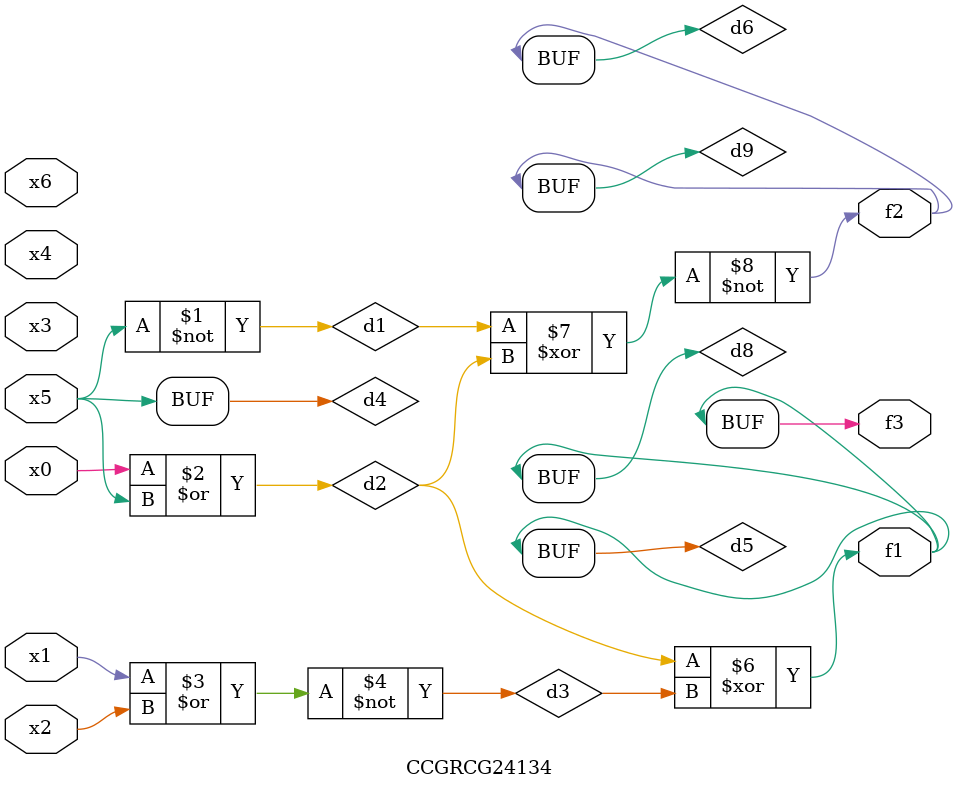
<source format=v>
module CCGRCG24134(
	input x0, x1, x2, x3, x4, x5, x6,
	output f1, f2, f3
);

	wire d1, d2, d3, d4, d5, d6, d7, d8, d9;

	nand (d1, x5);
	or (d2, x0, x5);
	nor (d3, x1, x2);
	xnor (d4, d1);
	xor (d5, d2, d3);
	xnor (d6, d1, d2);
	not (d7, x4);
	buf (d8, d5);
	xor (d9, d6);
	assign f1 = d8;
	assign f2 = d9;
	assign f3 = d8;
endmodule

</source>
